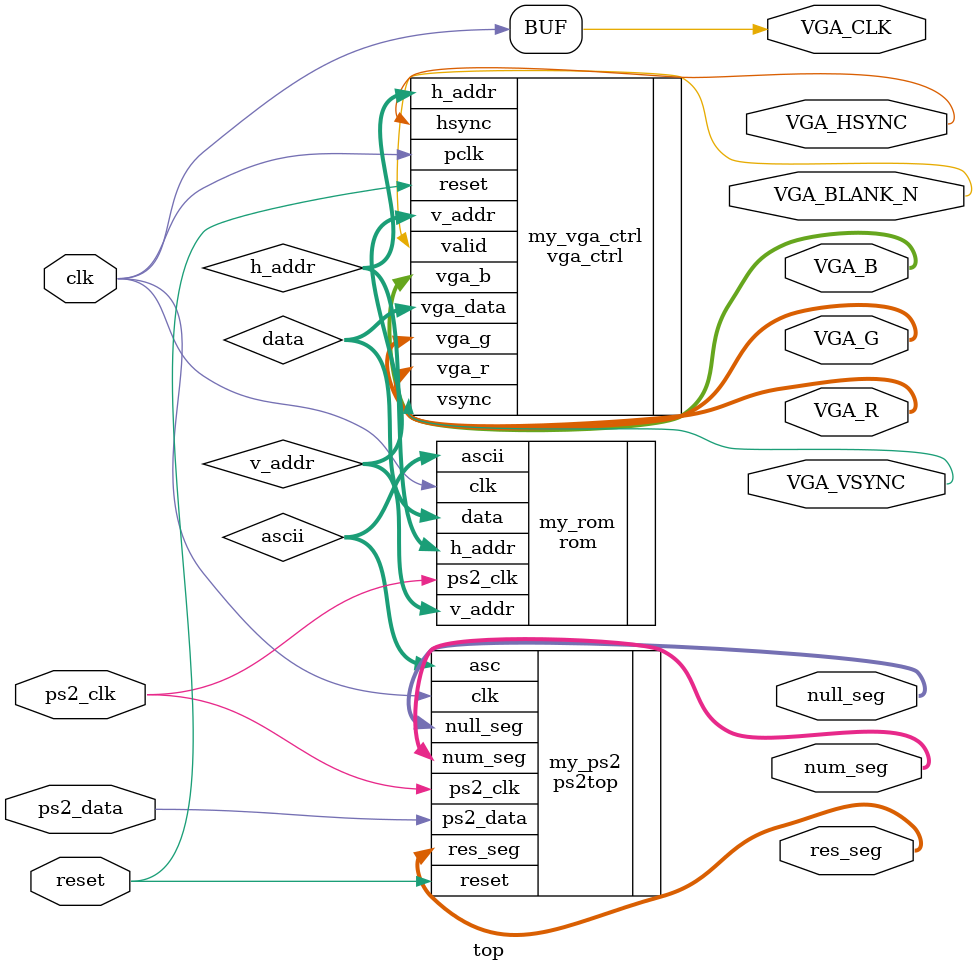
<source format=v>
module top(
	input			clk	,
	input			reset	,
	input				ps2_clk,
	input				ps2_data,
	
	output reg [13:0] null_seg,
	output reg [27:0] res_seg,
	output reg [13:0] num_seg,
	output		VGA_CLK,
	output		VGA_HSYNC,
	output    VGA_VSYNC,
	output    VGA_BLANK_N,
	output	[7:0]	VGA_R,	
	output  [7:0] VGA_G,  
	output  [7:0] VGA_B  


);
assign VGA_CLK=clk;
wire [9:0] h_addr;
wire [9:0] v_addr;
wire [23:0] data;
wire [7:0] ascii;


vga_ctrl my_vga_ctrl(
	    .pclk(clk),
			.reset(reset),
	    .vga_data(data),
		  .h_addr(h_addr),
			.v_addr(v_addr),
	 		.hsync(VGA_HSYNC),
			.vsync(VGA_VSYNC),
			.valid(VGA_BLANK_N),
			.vga_r(VGA_R),
			.vga_g(VGA_G),
			.vga_b(VGA_B)
		);
rom my_rom(
	.clk(clk),
	.ps2_clk(ps2_clk),
	.v_addr(v_addr),
	.h_addr(h_addr),
	.ascii(ascii),
	.data(data)
	
);

ps2top my_ps2(
			.clk(clk),
			.reset(reset),
			.ps2_clk(ps2_clk),
			.ps2_data(ps2_data),
			.asc(ascii),
			.null_seg(null_seg),
			.res_seg(res_seg),
			.num_seg(num_seg)
		);	

endmodule



</source>
